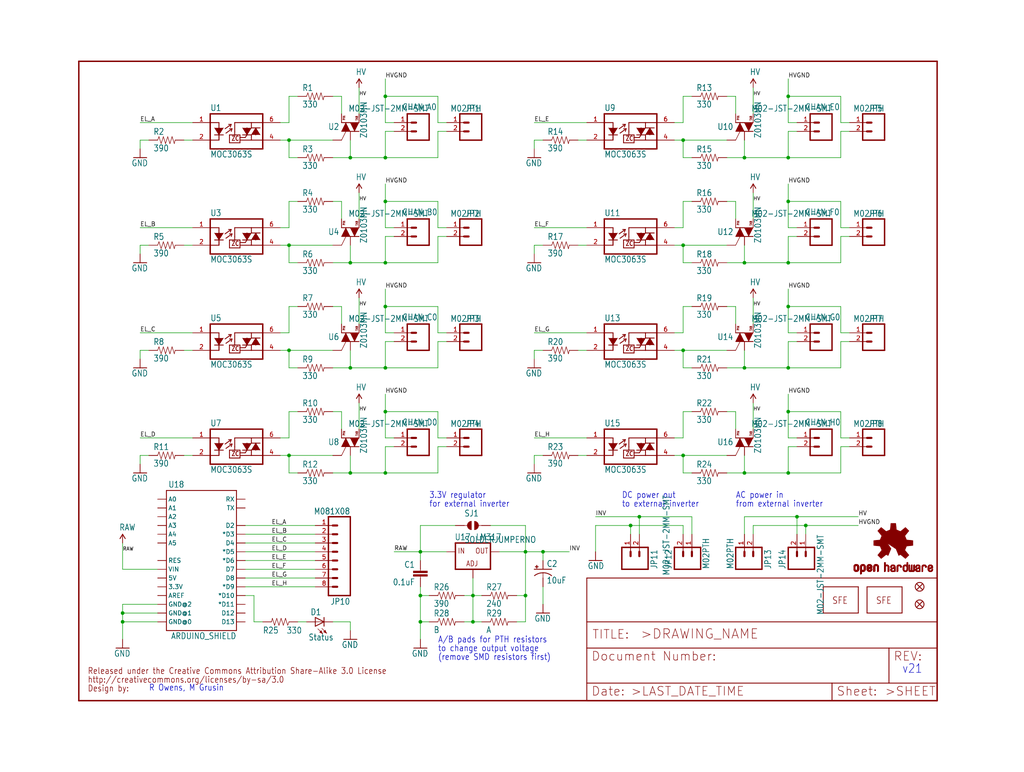
<source format=kicad_sch>
(kicad_sch (version 20211123) (generator eeschema)
  (paper "User" 297.002 223.926)
  (lib_symbols
    (symbol "eagleSchem-eagle-import:ARDUINO_SHIELDNOLABELS"
      (property "Reference" "U" (at -9.652 21.082 0))
      (property "Value" "ARDUINO_SHIELDNOLABELS" (at -8.89 -22.86 0))
      (symbol "ARDUINO_SHIELDNOLABELS_1_0"
        (pin bidirectional line (at -12.7 -7.62 0) (length 2.54) (name "3.3V") (number "3.3V"))
        (pin bidirectional line (at -12.7 -5.08 0) (length 2.54) (name "5V") (number "5V"))
        (pin bidirectional line (at -12.7 17.78 0) (length 2.54) (name "A0") (number "A0"))
        (pin bidirectional line (at -12.7 15.24 0) (length 2.54) (name "A1") (number "A1"))
        (pin bidirectional line (at -12.7 12.7 0) (length 2.54) (name "A2") (number "A2"))
        (pin bidirectional line (at -12.7 10.16 0) (length 2.54) (name "A3") (number "A3"))
        (pin bidirectional line (at -12.7 7.62 0) (length 2.54) (name "A4") (number "A4"))
        (pin bidirectional line (at -12.7 5.08 0) (length 2.54) (name "A5") (number "A5"))
        (pin bidirectional line (at -12.7 -10.16 0) (length 2.54) (name "AREF") (number "AREF"))
        (pin bidirectional line (at 12.7 -10.16 180) (length 2.54) (name "*D10") (number "D10"))
        (pin bidirectional line (at 12.7 -12.7 180) (length 2.54) (name "*D11") (number "D11"))
        (pin bidirectional line (at 12.7 -15.24 180) (length 2.54) (name "D12") (number "D12"))
        (pin bidirectional line (at 12.7 -17.78 180) (length 2.54) (name "D13") (number "D13"))
        (pin bidirectional line (at 12.7 10.16 180) (length 2.54) (name "D2") (number "D2"))
        (pin bidirectional line (at 12.7 7.62 180) (length 2.54) (name "*D3") (number "D3"))
        (pin bidirectional line (at 12.7 5.08 180) (length 2.54) (name "D4") (number "D4"))
        (pin bidirectional line (at 12.7 2.54 180) (length 2.54) (name "*D5") (number "D5"))
        (pin bidirectional line (at 12.7 0 180) (length 2.54) (name "*D6") (number "D6"))
        (pin bidirectional line (at 12.7 -2.54 180) (length 2.54) (name "D7") (number "D7"))
        (pin bidirectional line (at 12.7 -5.08 180) (length 2.54) (name "D8") (number "D8"))
        (pin bidirectional line (at 12.7 -7.62 180) (length 2.54) (name "*D9") (number "D9"))
        (pin bidirectional line (at -12.7 -17.78 0) (length 2.54) (name "GND@0") (number "GND@0"))
        (pin bidirectional line (at -12.7 -15.24 0) (length 2.54) (name "GND@1") (number "GND@1"))
        (pin bidirectional line (at -12.7 -12.7 0) (length 2.54) (name "GND@2") (number "GND@2"))
        (pin bidirectional line (at -12.7 0 0) (length 2.54) (name "RES") (number "RES"))
        (pin bidirectional line (at 12.7 17.78 180) (length 2.54) (name "RX") (number "RX"))
        (pin bidirectional line (at 12.7 15.24 180) (length 2.54) (name "TX") (number "TX"))
        (pin bidirectional line (at -12.7 -2.54 0) (length 2.54) (name "VIN") (number "VIN"))
      )
    )
    (symbol "eagleSchem-eagle-import:CAP0603-CAP"
      (property "Reference" "C" (at 1.524 2.921 0))
      (property "Value" "CAP0603-CAP" (at 1.524 -2.159 0))
      (symbol "CAP0603-CAP_1_0"
        (pin passive line (at 0 5.08 270) (length 2.54) (name "1") (number "1"))
        (pin passive line (at 0 -2.54 90) (length 2.54) (name "2") (number "2"))
      )
    )
    (symbol "eagleSchem-eagle-import:CAP_POL1206"
      (property "Reference" "C" (at 1.016 0.635 0))
      (property "Value" "CAP_POL1206" (at 1.016 -4.191 0))
      (symbol "CAP_POL1206_1_0"
        (pin passive line (at 0 2.54 270) (length 2.54) (name "+") (number "A"))
        (pin passive line (at 0 -5.08 90) (length 2.54) (name "-") (number "C"))
      )
    )
    (symbol "eagleSchem-eagle-import:CREATIVE_COMMONS"
      (symbol "CREATIVE_COMMONS_1_0"
        (text "Design by:" (at 0 0 0) (effects (font (size 1.778 1.5113)) (justify left bottom)))
        (text "http://creativecommons.org/licenses/by-sa/3.0" (at 0 2.54 0) (effects (font (size 1.778 1.5113)) (justify left bottom)))
        (text "Released under the Creative Commons Attribution Share-Alike 3.0 License" (at 0 5.08 0) (effects (font (size 1.778 1.5113)) (justify left bottom)))
      )
    )
    (symbol "eagleSchem-eagle-import:FIDUCIALUFIDUCIAL")
    (symbol "eagleSchem-eagle-import:FRAME-LETTER"
      (symbol "FRAME-LETTER_2_0"
        (text ">DRAWING_NAME" (at 15.494 17.78 0) (effects (font (size 2.7432 2.7432)) (justify left bottom)))
        (text ">LAST_DATE_TIME" (at 12.7 1.27 0) (effects (font (size 2.54 2.54)) (justify left bottom)))
        (text ">SHEET" (at 86.36 1.27 0) (effects (font (size 2.54 2.54)) (justify left bottom)))
        (text "Date:" (at 1.27 1.27 0) (effects (font (size 2.54 2.54)) (justify left bottom)))
        (text "Document Number:" (at 1.27 11.43 0) (effects (font (size 2.54 2.54)) (justify left bottom)))
        (text "REV:" (at 88.9 11.43 0) (effects (font (size 2.54 2.54)) (justify left bottom)))
        (text "Sheet:" (at 72.39 1.27 0) (effects (font (size 2.54 2.54)) (justify left bottom)))
        (text "TITLE:" (at 1.524 17.78 0) (effects (font (size 2.54 2.54)) (justify left bottom)))
      )
    )
    (symbol "eagleSchem-eagle-import:GND" (power)
      (property "Value" "GND" (at -2.54 -2.54 0))
      (symbol "GND_1_0"
        (pin power_in line (at 0 2.54 270) (length 2.54) (name "GND") (number "1"))
      )
    )
    (symbol "eagleSchem-eagle-import:LED0603"
      (property "Reference" "LED" (at 3.556 -4.572 90))
      (property "Value" "LED0603" (at 5.715 -4.572 90))
      (symbol "LED0603_1_0"
        (pin passive line (at 0 2.54 270) (length 2.54) (name "A") (number "A"))
        (pin passive line (at 0 -5.08 90) (length 2.54) (name "C") (number "C"))
      )
    )
    (symbol "eagleSchem-eagle-import:LOGO-SFENEW"
      (symbol "LOGO-SFENEW_1_0"
        (text "SFE" (at 0 0 0) (effects (font (size 1.9304 1.6408)) (justify left bottom)))
      )
    )
    (symbol "eagleSchem-eagle-import:M02-JST-2MM-SMT"
      (property "Reference" "JP" (at -2.54 5.842 0))
      (property "Value" "M02-JST-2MM-SMT" (at -2.54 -5.08 0))
      (symbol "M02-JST-2MM-SMT_1_0"
        (pin passive line (at 7.62 0 180) (length 5.08) (name "1") (number "1"))
        (pin passive line (at 7.62 2.54 180) (length 5.08) (name "2") (number "2"))
      )
    )
    (symbol "eagleSchem-eagle-import:M02PTH"
      (property "Reference" "JP" (at -2.54 5.842 0))
      (property "Value" "M02PTH" (at -2.54 -5.08 0))
      (symbol "M02PTH_1_0"
        (pin passive line (at 7.62 0 180) (length 5.08) (name "1") (number "1"))
        (pin passive line (at 7.62 2.54 180) (length 5.08) (name "2") (number "2"))
      )
    )
    (symbol "eagleSchem-eagle-import:M081X08"
      (property "Reference" "JP" (at -5.08 13.462 0))
      (property "Value" "M081X08" (at -5.08 -12.7 0))
      (symbol "M081X08_1_0"
        (pin passive line (at 5.08 -7.62 180) (length 5.08) (name "1") (number "1"))
        (pin passive line (at 5.08 -5.08 180) (length 5.08) (name "2") (number "2"))
        (pin passive line (at 5.08 -2.54 180) (length 5.08) (name "3") (number "3"))
        (pin passive line (at 5.08 0 180) (length 5.08) (name "4") (number "4"))
        (pin passive line (at 5.08 2.54 180) (length 5.08) (name "5") (number "5"))
        (pin passive line (at 5.08 5.08 180) (length 5.08) (name "6") (number "6"))
        (pin passive line (at 5.08 7.62 180) (length 5.08) (name "7") (number "7"))
        (pin passive line (at 5.08 10.16 180) (length 5.08) (name "8") (number "8"))
      )
    )
    (symbol "eagleSchem-eagle-import:MOC3063S"
      (property "Reference" "U" (at -7.62 5.842 0))
      (property "Value" "MOC3063S" (at -7.62 -7.62 0))
      (symbol "MOC3063S_1_0"
        (text "ZC" (at -1.524 -2.794 0) (effects (font (size 1.27 1.0795) (thickness 0.2159) bold) (justify left bottom)))
        (pin bidirectional line (at -12.7 2.54 0) (length 5.08) (name "A") (number "1"))
        (pin bidirectional line (at -12.7 -2.54 0) (length 5.08) (name "K") (number "2"))
        (pin bidirectional line (at 12.7 -2.54 180) (length 5.08) (name "T2") (number "4"))
        (pin bidirectional line (at 12.7 2.54 180) (length 5.08) (name "T1") (number "6"))
      )
    )
    (symbol "eagleSchem-eagle-import:OSHW-LOGOS")
    (symbol "eagleSchem-eagle-import:RESISTOR0603-RES"
      (property "Reference" "R" (at -3.81 1.4986 0))
      (property "Value" "RESISTOR0603-RES" (at -3.81 -3.302 0))
      (symbol "RESISTOR0603-RES_1_0"
        (pin passive line (at -5.08 0 0) (length 2.54) (name "1") (number "1"))
        (pin passive line (at 5.08 0 180) (length 2.54) (name "2") (number "2"))
      )
    )
    (symbol "eagleSchem-eagle-import:RESISTORPTH-1{slash}4W"
      (property "Reference" "R" (at -3.81 1.4986 0))
      (property "Value" "RESISTORPTH-1{slash}4W" (at -3.81 -3.302 0))
      (symbol "RESISTORPTH-1{slash}4W_1_0"
        (pin passive line (at -5.08 0 0) (length 2.54) (name "1") (number "P$1"))
        (pin passive line (at 5.08 0 180) (length 2.54) (name "2") (number "P$2"))
      )
    )
    (symbol "eagleSchem-eagle-import:SOLDERJUMPERNO"
      (property "Reference" "SJ" (at -2.54 2.54 0))
      (property "Value" "SOLDERJUMPERNO" (at -2.54 -5.08 0))
      (symbol "SOLDERJUMPERNO_1_0"
        (pin passive line (at -5.08 0 0) (length 2.54) (name "1") (number "1"))
        (pin passive line (at 5.08 0 180) (length 2.54) (name "2") (number "2"))
      )
    )
    (symbol "eagleSchem-eagle-import:TRIACSMD"
      (property "Reference" "U" (at 3.175 0.381 0))
      (property "Value" "TRIACSMD" (at -3.048 2.159 0))
      (symbol "TRIACSMD_1_0"
        (text "PIN" (at 2.159 3.175 900) (effects (font (size 0.6096 0.5181)) (justify left bottom)))
        (text "TAB" (at -1.524 3.048 900) (effects (font (size 0.6096 0.5181)) (justify left bottom)))
        (pin bidirectional line (at 0 -2.54 90) (length 2.54) (name "T1") (number "1"))
        (pin passive line (at 2.54 5.08 270) (length 2.54) (name "T2@1") (number "2"))
        (pin bidirectional line (at 5.08 -2.54 180) (length 2.54) (name "G") (number "3"))
        (pin passive line (at -2.54 5.08 270) (length 2.54) (name "T2@2") (number "4"))
      )
    )
    (symbol "eagleSchem-eagle-import:VCC" (power)
      (property "Value" "VCC" (at -1.016 3.556 0))
      (symbol "VCC_1_0"
        (pin power_in line (at 0 0 90) (length 2.54) (name "VCC") (number "1"))
      )
    )
    (symbol "eagleSchem-eagle-import:V_REG_317DPACK"
      (property "Reference" "U" (at 2.54 -7.62 0))
      (property "Value" "V_REG_317DPACK" (at 2.54 -10.16 0))
      (symbol "V_REG_317DPACK_1_0"
        (text "ADJ" (at -2.032 -4.318 0) (effects (font (size 1.524 1.2954)) (justify left bottom)))
        (text "IN" (at -4.445 -0.635 0) (effects (font (size 1.524 1.2954)) (justify left bottom)))
        (text "OUT" (at 0.635 -0.635 0) (effects (font (size 1.524 1.2954)) (justify left bottom)))
        (pin input line (at 0 -7.62 90) (length 2.54) (name "ADJ") (number "1"))
        (pin input line (at -7.62 0 0) (length 2.54) (name "IN") (number "3"))
        (pin output line (at 7.62 0 180) (length 2.54) (name "OUT") (number "4"))
      )
    )
  )
  (junction (at 228.6 58.42))
  (junction (at 215.9 106.68))
  (junction (at 101.6 45.72))
  (junction (at 198.12 40.64))
  (junction (at 101.6 137.16))
  (junction (at 228.6 45.72))
  (junction (at 182.88 152.4))
  (junction (at 111.76 106.68))
  (junction (at 231.14 149.86))
  (junction (at 111.76 137.16))
  (junction (at 198.12 132.08))
  (junction (at 83.82 71.12))
  (junction (at 121.92 172.72))
  (junction (at 111.76 45.72))
  (junction (at 228.6 106.68))
  (junction (at 83.82 40.64))
  (junction (at 198.12 71.12))
  (junction (at 228.6 137.16))
  (junction (at 137.16 180.34))
  (junction (at 101.6 106.68))
  (junction (at 111.76 88.9))
  (junction (at 228.6 88.9))
  (junction (at 228.6 76.2))
  (junction (at 185.42 149.86))
  (junction (at 83.82 101.6))
  (junction (at 35.56 180.34))
  (junction (at 152.4 172.72))
  (junction (at 198.12 101.6))
  (junction (at 35.56 177.8))
  (junction (at 228.6 27.94))
  (junction (at 111.76 27.94))
  (junction (at 111.76 76.2))
  (junction (at 215.9 76.2))
  (junction (at 152.4 160.02))
  (junction (at 157.48 160.02))
  (junction (at 111.76 58.42))
  (junction (at 233.68 152.4))
  (junction (at 121.92 160.02))
  (junction (at 111.76 119.38))
  (junction (at 121.92 180.34))
  (junction (at 83.82 132.08))
  (junction (at 137.16 172.72))
  (junction (at 215.9 137.16))
  (junction (at 215.9 45.72))
  (junction (at 228.6 119.38))
  (junction (at 101.6 76.2))
  (wire (pts (xy 96.52 101.6) (xy 83.82 101.6)))
  (wire (pts (xy 215.9 106.68) (xy 228.6 106.68)))
  (wire (pts (xy 127 76.2) (xy 127 68.58)))
  (wire (pts (xy 154.94 40.64) (xy 154.94 43.18)))
  (wire (pts (xy 45.72 180.34) (xy 35.56 180.34)))
  (wire (pts (xy 73.66 172.72) (xy 73.66 180.34)))
  (wire (pts (xy 71.12 167.64) (xy 91.44 167.64)))
  (wire (pts (xy 215.9 76.2) (xy 228.6 76.2)))
  (wire (pts (xy 198.12 96.52) (xy 198.12 88.9)))
  (wire (pts (xy 121.92 172.72) (xy 121.92 180.34)))
  (wire (pts (xy 121.92 152.4) (xy 121.92 160.02)))
  (wire (pts (xy 243.84 137.16) (xy 243.84 129.54)))
  (wire (pts (xy 243.84 99.06) (xy 246.38 99.06)))
  (wire (pts (xy 45.72 175.26) (xy 35.56 175.26)))
  (wire (pts (xy 170.18 66.04) (xy 154.94 66.04)))
  (wire (pts (xy 111.76 137.16) (xy 111.76 129.54)))
  (wire (pts (xy 198.12 152.4) (xy 182.88 152.4)))
  (wire (pts (xy 228.6 38.1) (xy 231.14 38.1)))
  (wire (pts (xy 40.64 132.08) (xy 40.64 134.62)))
  (wire (pts (xy 114.3 66.04) (xy 111.76 66.04)))
  (wire (pts (xy 213.36 63.5) (xy 213.36 58.42)))
  (wire (pts (xy 198.12 88.9) (xy 200.66 88.9)))
  (wire (pts (xy 83.82 96.52) (xy 83.82 88.9)))
  (wire (pts (xy 167.64 40.64) (xy 170.18 40.64)))
  (wire (pts (xy 96.52 40.64) (xy 83.82 40.64)))
  (wire (pts (xy 228.6 127) (xy 228.6 119.38)))
  (wire (pts (xy 243.84 88.9) (xy 228.6 88.9)))
  (wire (pts (xy 198.12 66.04) (xy 198.12 58.42)))
  (wire (pts (xy 81.28 127) (xy 83.82 127)))
  (wire (pts (xy 246.38 35.56) (xy 243.84 35.56)))
  (wire (pts (xy 198.12 58.42) (xy 200.66 58.42)))
  (wire (pts (xy 243.84 96.52) (xy 243.84 88.9)))
  (wire (pts (xy 243.84 129.54) (xy 246.38 129.54)))
  (wire (pts (xy 81.28 35.56) (xy 83.82 35.56)))
  (wire (pts (xy 218.44 116.84) (xy 218.44 124.46)))
  (wire (pts (xy 127 35.56) (xy 127 27.94)))
  (wire (pts (xy 157.48 71.12) (xy 154.94 71.12)))
  (wire (pts (xy 243.84 58.42) (xy 228.6 58.42)))
  (wire (pts (xy 200.66 106.68) (xy 198.12 106.68)))
  (wire (pts (xy 172.72 152.4) (xy 172.72 160.02)))
  (wire (pts (xy 231.14 154.94) (xy 231.14 149.86)))
  (wire (pts (xy 215.9 40.64) (xy 215.9 45.72)))
  (wire (pts (xy 200.66 154.94) (xy 200.66 149.86)))
  (wire (pts (xy 101.6 182.88) (xy 101.6 180.34)))
  (wire (pts (xy 215.9 101.6) (xy 215.9 106.68)))
  (wire (pts (xy 43.18 132.08) (xy 40.64 132.08)))
  (wire (pts (xy 129.54 127) (xy 127 127)))
  (wire (pts (xy 182.88 154.94) (xy 182.88 152.4)))
  (wire (pts (xy 121.92 160.02) (xy 114.3 160.02)))
  (wire (pts (xy 111.76 76.2) (xy 111.76 68.58)))
  (wire (pts (xy 127 66.04) (xy 127 58.42)))
  (wire (pts (xy 154.94 132.08) (xy 154.94 134.62)))
  (wire (pts (xy 198.12 45.72) (xy 198.12 40.64)))
  (wire (pts (xy 215.9 45.72) (xy 228.6 45.72)))
  (wire (pts (xy 228.6 137.16) (xy 228.6 129.54)))
  (wire (pts (xy 114.3 127) (xy 111.76 127)))
  (wire (pts (xy 210.82 137.16) (xy 215.9 137.16)))
  (wire (pts (xy 71.12 165.1) (xy 91.44 165.1)))
  (wire (pts (xy 246.38 127) (xy 243.84 127)))
  (wire (pts (xy 71.12 157.48) (xy 91.44 157.48)))
  (wire (pts (xy 127 129.54) (xy 129.54 129.54)))
  (wire (pts (xy 243.84 38.1) (xy 246.38 38.1)))
  (wire (pts (xy 83.82 71.12) (xy 81.28 71.12)))
  (wire (pts (xy 200.66 137.16) (xy 198.12 137.16)))
  (wire (pts (xy 104.14 25.4) (xy 104.14 33.02)))
  (wire (pts (xy 111.76 45.72) (xy 111.76 38.1)))
  (wire (pts (xy 149.86 172.72) (xy 152.4 172.72)))
  (wire (pts (xy 83.82 137.16) (xy 83.82 132.08)))
  (wire (pts (xy 127 58.42) (xy 111.76 58.42)))
  (wire (pts (xy 35.56 180.34) (xy 35.56 185.42)))
  (wire (pts (xy 198.12 119.38) (xy 200.66 119.38)))
  (wire (pts (xy 198.12 106.68) (xy 198.12 101.6)))
  (wire (pts (xy 157.48 132.08) (xy 154.94 132.08)))
  (wire (pts (xy 99.06 63.5) (xy 99.06 58.42)))
  (wire (pts (xy 152.4 172.72) (xy 152.4 160.02)))
  (wire (pts (xy 101.6 137.16) (xy 111.76 137.16)))
  (wire (pts (xy 228.6 68.58) (xy 231.14 68.58)))
  (wire (pts (xy 121.92 172.72) (xy 121.92 170.18)))
  (wire (pts (xy 200.66 76.2) (xy 198.12 76.2)))
  (wire (pts (xy 228.6 27.94) (xy 228.6 22.86)))
  (wire (pts (xy 228.6 106.68) (xy 228.6 99.06)))
  (wire (pts (xy 154.94 71.12) (xy 154.94 73.66)))
  (wire (pts (xy 86.36 106.68) (xy 83.82 106.68)))
  (wire (pts (xy 99.06 93.98) (xy 99.06 88.9)))
  (wire (pts (xy 127 137.16) (xy 127 129.54)))
  (wire (pts (xy 111.76 66.04) (xy 111.76 58.42)))
  (wire (pts (xy 144.78 160.02) (xy 152.4 160.02)))
  (wire (pts (xy 111.76 99.06) (xy 114.3 99.06)))
  (wire (pts (xy 157.48 40.64) (xy 154.94 40.64)))
  (wire (pts (xy 137.16 172.72) (xy 137.16 180.34)))
  (wire (pts (xy 152.4 152.4) (xy 152.4 160.02)))
  (wire (pts (xy 198.12 137.16) (xy 198.12 132.08)))
  (wire (pts (xy 195.58 127) (xy 198.12 127)))
  (wire (pts (xy 96.52 106.68) (xy 101.6 106.68)))
  (wire (pts (xy 86.36 45.72) (xy 83.82 45.72)))
  (wire (pts (xy 83.82 45.72) (xy 83.82 40.64)))
  (wire (pts (xy 228.6 58.42) (xy 228.6 53.34)))
  (wire (pts (xy 71.12 162.56) (xy 91.44 162.56)))
  (wire (pts (xy 101.6 180.34) (xy 96.52 180.34)))
  (wire (pts (xy 134.62 180.34) (xy 137.16 180.34)))
  (wire (pts (xy 127 76.2) (xy 111.76 76.2)))
  (wire (pts (xy 99.06 124.46) (xy 99.06 119.38)))
  (wire (pts (xy 228.6 88.9) (xy 228.6 83.82)))
  (wire (pts (xy 55.88 127) (xy 40.64 127)))
  (wire (pts (xy 228.6 45.72) (xy 228.6 38.1)))
  (wire (pts (xy 170.18 35.56) (xy 154.94 35.56)))
  (wire (pts (xy 55.88 66.04) (xy 40.64 66.04)))
  (wire (pts (xy 111.76 68.58) (xy 114.3 68.58)))
  (wire (pts (xy 246.38 66.04) (xy 243.84 66.04)))
  (wire (pts (xy 127 27.94) (xy 111.76 27.94)))
  (wire (pts (xy 198.12 40.64) (xy 195.58 40.64)))
  (wire (pts (xy 45.72 165.1) (xy 35.56 165.1)))
  (wire (pts (xy 198.12 27.94) (xy 200.66 27.94)))
  (wire (pts (xy 83.82 101.6) (xy 81.28 101.6)))
  (wire (pts (xy 121.92 180.34) (xy 121.92 185.42)))
  (wire (pts (xy 142.24 152.4) (xy 152.4 152.4)))
  (wire (pts (xy 96.52 119.38) (xy 99.06 119.38)))
  (wire (pts (xy 114.3 96.52) (xy 111.76 96.52)))
  (wire (pts (xy 83.82 35.56) (xy 83.82 27.94)))
  (wire (pts (xy 167.64 101.6) (xy 170.18 101.6)))
  (wire (pts (xy 96.52 45.72) (xy 101.6 45.72)))
  (wire (pts (xy 167.64 71.12) (xy 170.18 71.12)))
  (wire (pts (xy 195.58 35.56) (xy 198.12 35.56)))
  (wire (pts (xy 170.18 96.52) (xy 154.94 96.52)))
  (wire (pts (xy 215.9 149.86) (xy 231.14 149.86)))
  (wire (pts (xy 96.52 76.2) (xy 101.6 76.2)))
  (wire (pts (xy 43.18 71.12) (xy 40.64 71.12)))
  (wire (pts (xy 228.6 99.06) (xy 231.14 99.06)))
  (wire (pts (xy 127 45.72) (xy 127 38.1)))
  (wire (pts (xy 157.48 170.18) (xy 157.48 175.26)))
  (wire (pts (xy 35.56 177.8) (xy 35.56 180.34)))
  (wire (pts (xy 127 96.52) (xy 127 88.9)))
  (wire (pts (xy 167.64 132.08) (xy 170.18 132.08)))
  (wire (pts (xy 86.36 137.16) (xy 83.82 137.16)))
  (wire (pts (xy 127 106.68) (xy 127 99.06)))
  (wire (pts (xy 228.6 66.04) (xy 228.6 58.42)))
  (wire (pts (xy 86.36 76.2) (xy 83.82 76.2)))
  (wire (pts (xy 111.76 106.68) (xy 111.76 99.06)))
  (wire (pts (xy 231.14 96.52) (xy 228.6 96.52)))
  (wire (pts (xy 198.12 127) (xy 198.12 119.38)))
  (wire (pts (xy 53.34 71.12) (xy 55.88 71.12)))
  (wire (pts (xy 53.34 40.64) (xy 55.88 40.64)))
  (wire (pts (xy 35.56 175.26) (xy 35.56 177.8)))
  (wire (pts (xy 195.58 66.04) (xy 198.12 66.04)))
  (wire (pts (xy 233.68 154.94) (xy 233.68 152.4)))
  (wire (pts (xy 218.44 25.4) (xy 218.44 33.02)))
  (wire (pts (xy 215.9 132.08) (xy 215.9 137.16)))
  (wire (pts (xy 127 119.38) (xy 111.76 119.38)))
  (wire (pts (xy 83.82 40.64) (xy 81.28 40.64)))
  (wire (pts (xy 104.14 116.84) (xy 104.14 124.46)))
  (wire (pts (xy 243.84 106.68) (xy 228.6 106.68)))
  (wire (pts (xy 243.84 66.04) (xy 243.84 58.42)))
  (wire (pts (xy 243.84 35.56) (xy 243.84 27.94)))
  (wire (pts (xy 81.28 96.52) (xy 83.82 96.52)))
  (wire (pts (xy 83.82 119.38) (xy 86.36 119.38)))
  (wire (pts (xy 104.14 55.88) (xy 104.14 63.5)))
  (wire (pts (xy 182.88 152.4) (xy 172.72 152.4)))
  (wire (pts (xy 210.82 132.08) (xy 198.12 132.08)))
  (wire (pts (xy 101.6 106.68) (xy 111.76 106.68)))
  (wire (pts (xy 243.84 76.2) (xy 243.84 68.58)))
  (wire (pts (xy 96.52 58.42) (xy 99.06 58.42)))
  (wire (pts (xy 127 88.9) (xy 111.76 88.9)))
  (wire (pts (xy 213.36 33.02) (xy 213.36 27.94)))
  (wire (pts (xy 210.82 106.68) (xy 215.9 106.68)))
  (wire (pts (xy 104.14 86.36) (xy 104.14 93.98)))
  (wire (pts (xy 43.18 40.64) (xy 40.64 40.64)))
  (wire (pts (xy 243.84 68.58) (xy 246.38 68.58)))
  (wire (pts (xy 218.44 55.88) (xy 218.44 63.5)))
  (wire (pts (xy 210.82 119.38) (xy 213.36 119.38)))
  (wire (pts (xy 40.64 40.64) (xy 40.64 43.18)))
  (wire (pts (xy 83.82 66.04) (xy 83.82 58.42)))
  (wire (pts (xy 243.84 119.38) (xy 228.6 119.38)))
  (wire (pts (xy 218.44 152.4) (xy 233.68 152.4)))
  (wire (pts (xy 228.6 35.56) (xy 228.6 27.94)))
  (wire (pts (xy 96.52 88.9) (xy 99.06 88.9)))
  (wire (pts (xy 233.68 152.4) (xy 248.92 152.4)))
  (wire (pts (xy 218.44 86.36) (xy 218.44 93.98)))
  (wire (pts (xy 200.66 149.86) (xy 185.42 149.86)))
  (wire (pts (xy 210.82 58.42) (xy 213.36 58.42)))
  (wire (pts (xy 35.56 157.48) (xy 35.56 165.1)))
  (wire (pts (xy 111.76 27.94) (xy 111.76 22.86)))
  (wire (pts (xy 127 38.1) (xy 129.54 38.1)))
  (wire (pts (xy 127 127) (xy 127 119.38)))
  (wire (pts (xy 152.4 180.34) (xy 152.4 172.72)))
  (wire (pts (xy 121.92 162.56) (xy 121.92 160.02)))
  (wire (pts (xy 124.46 172.72) (xy 121.92 172.72)))
  (wire (pts (xy 157.48 162.56) (xy 157.48 160.02)))
  (wire (pts (xy 129.54 160.02) (xy 121.92 160.02)))
  (wire (pts (xy 210.82 40.64) (xy 198.12 40.64)))
  (wire (pts (xy 228.6 76.2) (xy 228.6 68.58)))
  (wire (pts (xy 101.6 40.64) (xy 101.6 45.72)))
  (wire (pts (xy 243.84 76.2) (xy 228.6 76.2)))
  (wire (pts (xy 210.82 27.94) (xy 213.36 27.94)))
  (wire (pts (xy 73.66 180.34) (xy 76.2 180.34)))
  (wire (pts (xy 210.82 71.12) (xy 198.12 71.12)))
  (wire (pts (xy 111.76 127) (xy 111.76 119.38)))
  (wire (pts (xy 231.14 35.56) (xy 228.6 35.56)))
  (wire (pts (xy 111.76 129.54) (xy 114.3 129.54)))
  (wire (pts (xy 228.6 129.54) (xy 231.14 129.54)))
  (wire (pts (xy 243.84 45.72) (xy 228.6 45.72)))
  (wire (pts (xy 243.84 27.94) (xy 228.6 27.94)))
  (wire (pts (xy 198.12 154.94) (xy 198.12 152.4)))
  (wire (pts (xy 213.36 124.46) (xy 213.36 119.38)))
  (wire (pts (xy 231.14 127) (xy 228.6 127)))
  (wire (pts (xy 210.82 76.2) (xy 215.9 76.2)))
  (wire (pts (xy 40.64 71.12) (xy 40.64 73.66)))
  (wire (pts (xy 137.16 167.64) (xy 137.16 172.72)))
  (wire (pts (xy 83.82 88.9) (xy 86.36 88.9)))
  (wire (pts (xy 127 45.72) (xy 111.76 45.72)))
  (wire (pts (xy 127 137.16) (xy 111.76 137.16)))
  (wire (pts (xy 228.6 96.52) (xy 228.6 88.9)))
  (wire (pts (xy 213.36 93.98) (xy 213.36 88.9)))
  (wire (pts (xy 45.72 177.8) (xy 35.56 177.8)))
  (wire (pts (xy 101.6 132.08) (xy 101.6 137.16)))
  (wire (pts (xy 71.12 152.4) (xy 91.44 152.4)))
  (wire (pts (xy 55.88 35.56) (xy 40.64 35.56)))
  (wire (pts (xy 215.9 71.12) (xy 215.9 76.2)))
  (wire (pts (xy 83.82 106.68) (xy 83.82 101.6)))
  (wire (pts (xy 200.66 45.72) (xy 198.12 45.72)))
  (wire (pts (xy 111.76 38.1) (xy 114.3 38.1)))
  (wire (pts (xy 243.84 106.68) (xy 243.84 99.06)))
  (wire (pts (xy 243.84 45.72) (xy 243.84 38.1)))
  (wire (pts (xy 83.82 27.94) (xy 86.36 27.94)))
  (wire (pts (xy 134.62 172.72) (xy 137.16 172.72)))
  (wire (pts (xy 96.52 132.08) (xy 83.82 132.08)))
  (wire (pts (xy 96.52 137.16) (xy 101.6 137.16)))
  (wire (pts (xy 43.18 101.6) (xy 40.64 101.6)))
  (wire (pts (xy 210.82 88.9) (xy 213.36 88.9)))
  (wire (pts (xy 157.48 101.6) (xy 154.94 101.6)))
  (wire (pts (xy 53.34 101.6) (xy 55.88 101.6)))
  (wire (pts (xy 210.82 45.72) (xy 215.9 45.72)))
  (wire (pts (xy 157.48 160.02) (xy 165.1 160.02)))
  (wire (pts (xy 198.12 101.6) (xy 195.58 101.6)))
  (wire (pts (xy 71.12 160.02) (xy 91.44 160.02)))
  (wire (pts (xy 127 68.58) (xy 129.54 68.58)))
  (wire (pts (xy 83.82 132.08) (xy 81.28 132.08)))
  (wire (pts (xy 111.76 35.56) (xy 111.76 27.94)))
  (wire (pts (xy 243.84 137.16) (xy 228.6 137.16)))
  (wire (pts (xy 111.76 119.38) (xy 111.76 114.3)))
  (wire (pts (xy 218.44 154.94) (xy 218.44 152.4)))
  (wire (pts (xy 210.82 101.6) (xy 198.12 101.6)))
  (wire (pts (xy 83.82 76.2) (xy 83.82 71.12)))
  (wire (pts (xy 185.42 149.86) (xy 172.72 149.86)))
  (wire (pts (xy 101.6 101.6) (xy 101.6 106.68)))
  (wire (pts (xy 129.54 66.04) (xy 127 66.04)))
  (wire (pts (xy 53.34 132.08) (xy 55.88 132.08)))
  (wire (pts (xy 127 99.06) (xy 129.54 99.06)))
  (wire (pts (xy 215.9 154.94) (xy 215.9 149.86)))
  (wire (pts (xy 152.4 160.02) (xy 157.48 160.02)))
  (wire (pts (xy 132.08 152.4) (xy 121.92 152.4)))
  (wire (pts (xy 111.76 96.52) (xy 111.76 88.9)))
  (wire (pts (xy 111.76 58.42) (xy 111.76 53.34)))
  (wire (pts (xy 124.46 180.34) (xy 121.92 180.34)))
  (wire (pts (xy 96.52 71.12) (xy 83.82 71.12)))
  (wire (pts (xy 114.3 35.56) (xy 111.76 35.56)))
  (wire (pts (xy 71.12 172.72) (xy 73.66 172.72)))
  (wire (pts (xy 55.88 96.52) (xy 40.64 96.52)))
  (wire (pts (xy 101.6 76.2) (xy 111.76 76.2)))
  (wire (pts (xy 198.12 76.2) (xy 198.12 71.12)))
  (wire (pts (xy 185.42 154.94) (xy 185.42 149.86)))
  (wire (pts (xy 198.12 132.08) (xy 195.58 132.08)))
  (wire (pts (xy 198.12 71.12) (xy 195.58 71.12)))
  (wire (pts (xy 246.38 96.52) (xy 243.84 96.52)))
  (wire (pts (xy 86.36 180.34) (xy 88.9 180.34)))
  (wire (pts (xy 137.16 172.72) (xy 139.7 172.72)))
  (wire (pts (xy 231.14 66.04) (xy 228.6 66.04)))
  (wire (pts (xy 127 106.68) (xy 111.76 106.68)))
  (wire (pts (xy 215.9 137.16) (xy 228.6 137.16)))
  (wire (pts (xy 81.28 66.04) (xy 83.82 66.04)))
  (wire (pts (xy 129.54 96.52) (xy 127 96.52)))
  (wire (pts (xy 111.76 88.9) (xy 111.76 83.82)))
  (wire (pts (xy 137.16 180.34) (xy 139.7 180.34)))
  (wire (pts (xy 243.84 127) (xy 243.84 119.38)))
  (wire (pts (xy 170.18 127) (xy 154.94 127)))
  (wire (pts (xy 99.06 27.94) (xy 99.06 33.02)))
  (wire (pts (xy 101.6 71.12) (xy 101.6 76.2)))
  (wire (pts (xy 71.12 170.18) (xy 91.44 170.18)))
  (wire (pts (xy 96.52 27.94) (xy 99.06 27.94)))
  (wire (pts (xy 149.86 180.34) (xy 152.4 180.34)))
  (wire (pts (xy 198.12 35.56) (xy 198.12 27.94)))
  (wire (pts (xy 101.6 45.72) (xy 111.76 45.72)))
  (wire (pts (xy 231.14 149.86) (xy 248.92 149.86)))
  (wire (pts (xy 195.58 96.52) (xy 198.12 96.52)))
  (wire (pts (xy 83.82 127) (xy 83.82 119.38)))
  (wire (pts (xy 228.6 119.38) (xy 228.6 114.3)))
  (wire (pts (xy 154.94 101.6) (xy 154.94 104.14)))
  (wire (pts (xy 71.12 154.94) (xy 91.44 154.94)))
  (wire (pts (xy 83.82 58.42) (xy 86.36 58.42)))
  (wire (pts (xy 40.64 101.6) (xy 40.64 104.14)))
  (wire (pts (xy 129.54 35.56) (xy 127 35.56)))
  (text "to external inverter" (at 180.34 147.32 180) (effects (font (size 1.778 1.5113)) (justify left bottom)))
  (text "for external inverter" (at 124.46 147.32 180) (effects (font (size 1.778 1.5113)) (justify left bottom)))
  (text "A/B pads for PTH resistors" (at 127 186.69 180) (effects (font (size 1.778 1.5113)) (justify left bottom)))
  (text "v21" (at 261.62 195.58 180) (effects (font (size 2.54 2.159)) (justify left bottom)))
  (text "to change output voltage" (at 127 189.23 180) (effects (font (size 1.778 1.5113)) (justify left bottom)))
  (text "(remove SMD resistors first)" (at 127 191.77 180) (effects (font (size 1.778 1.5113)) (justify left bottom)))
  (text "AC power in" (at 213.36 144.78 180) (effects (font (size 1.778 1.5113)) (justify left bottom)))
  (text "3.3V regulator" (at 124.46 144.78 180) (effects (font (size 1.778 1.5113)) (justify left bottom)))
  (text "R Owens, M Grusin" (at 43.18 200.66 180) (effects (font (size 1.778 1.5113)) (justify left bottom)))
  (text "from external inverter" (at 213.36 147.32 180) (effects (font (size 1.778 1.5113)) (justify left bottom)))
  (text "DC power out" (at 180.34 144.78 180) (effects (font (size 1.778 1.5113)) (justify left bottom)))
  (label "EL_A" (at 40.64 35.56 0) (effects (font (size 1.2446 1.2446))))
  (label "EL_E" (at 154.94 35.56 0) (effects (font (size 1.2446 1.2446))))
  (label "HV" (at 104.14 88.9 0) (effects (font (size 1.016 1.016))))
  (label "EL_A" (at 78.74 152.4 0) (effects (font (size 1.2446 1.2446))))
  (label "INV" (at 165.1 160.02 0) (effects (font (size 1.2446 1.2446))))
  (label "INV" (at 172.72 149.86 0) (effects (font (size 1.2446 1.2446))))
  (label "RAW" (at 114.3 160.02 0) (effects (font (size 1.2446 1.2446))))
  (label "EL_H" (at 154.94 127 0) (effects (font (size 1.2446 1.2446))))
  (label "EL_C" (at 78.74 157.48 0) (effects (font (size 1.2446 1.2446))))
  (label "HV" (at 248.92 149.86 0) (effects (font (size 1.2446 1.2446))))
  (label "EL_H" (at 78.74 170.18 0) (effects (font (size 1.2446 1.2446))))
  (label "HVGND" (at 111.76 22.86 0) (effects (font (size 1.2446 1.2446))))
  (label "HVGND" (at 228.6 83.82 0) (effects (font (size 1.2446 1.2446))))
  (label "HVGND" (at 248.92 152.4 0) (effects (font (size 1.2446 1.2446))))
  (label "EL_G" (at 154.94 96.52 0) (effects (font (size 1.2446 1.2446))))
  (label "EL_F" (at 78.74 165.1 0) (effects (font (size 1.2446 1.2446))))
  (label "HV" (at 104.14 27.94 0) (effects (font (size 1.016 1.016))))
  (label "RAW" (at 35.56 160.02 0) (effects (font (size 1.016 1.016))))
  (label "HVGND" (at 228.6 114.3 0) (effects (font (size 1.2446 1.2446))))
  (label "HV" (at 218.44 119.38 0) (effects (font (size 1.016 1.016))))
  (label "EL_D" (at 78.74 160.02 0) (effects (font (size 1.2446 1.2446))))
  (label "HV" (at 104.14 58.42 0) (effects (font (size 1.016 1.016))))
  (label "EL_D" (at 40.64 127 0) (effects (font (size 1.2446 1.2446))))
  (label "HVGND" (at 111.76 114.3 0) (effects (font (size 1.2446 1.2446))))
  (label "EL_C" (at 40.64 96.52 0) (effects (font (size 1.2446 1.2446))))
  (label "HVGND" (at 111.76 83.82 0) (effects (font (size 1.2446 1.2446))))
  (label "EL_B" (at 40.64 66.04 0) (effects (font (size 1.2446 1.2446))))
  (label "EL_G" (at 78.74 167.64 0) (effects (font (size 1.2446 1.2446))))
  (label "EL_E" (at 78.74 162.56 0) (effects (font (size 1.2446 1.2446))))
  (label "HV" (at 104.14 119.38 0) (effects (font (size 1.016 1.016))))
  (label "HV" (at 218.44 88.9 0) (effects (font (size 1.016 1.016))))
  (label "HVGND" (at 228.6 53.34 0) (effects (font (size 1.2446 1.2446))))
  (label "HVGND" (at 111.76 53.34 0) (effects (font (size 1.2446 1.2446))))
  (label "EL_B" (at 78.74 154.94 0) (effects (font (size 1.2446 1.2446))))
  (label "HV" (at 218.44 58.42 0) (effects (font (size 1.016 1.016))))
  (label "HV" (at 218.44 27.94 0) (effects (font (size 1.016 1.016))))
  (label "HVGND" (at 228.6 22.86 0) (effects (font (size 1.2446 1.2446))))
  (label "EL_F" (at 154.94 66.04 0) (effects (font (size 1.2446 1.2446))))
  (symbol (lib_id "eagleSchem-eagle-import:GND") (at 101.6 185.42 0) (unit 1)
    (property "Reference" "#GND14" (effects hide))
    (property "Value" "GND" (at 99.06 187.96 0) (effects (font (size 1.778 1.5113)) (justify left bottom)))
    (property "Footprint" "eagleSchem:" (effects hide))
  )
  (symbol (lib_id "eagleSchem-eagle-import:RESISTOR0603-RES") (at 91.44 119.38 0) (unit 1)
    (property "Reference" "R10" (at 87.63 117.8814 0) (effects (font (size 1.778 1.5113)) (justify left bottom)))
    (property "Value" "330" (at 87.63 122.682 0) (effects (font (size 1.778 1.5113)) (justify left bottom)))
    (property "Footprint" "eagleSchem:0603-RES" (effects hide))
  )
  (symbol (lib_id "eagleSchem-eagle-import:RESISTOR0603-RES") (at 162.56 71.12 0) (unit 1)
    (property "Reference" "R17" (at 158.75 69.6214 0) (effects (font (size 1.778 1.5113)) (justify left bottom)))
    (property "Value" "390" (at 158.75 74.422 0) (effects (font (size 1.778 1.5113)) (justify left bottom)))
    (property "Footprint" "eagleSchem:0603-RES" (effects hide))
  )
  (symbol (lib_id "eagleSchem-eagle-import:TRIACSMD") (at 215.9 129.54 0) (mirror y) (unit 1)
    (property "Reference" "U16" (at 212.725 129.159 0) (effects (font (size 1.778 1.5113)) (justify left bottom)))
    (property "Value" "Z0103MN" (at 218.821 131.572 90) (effects (font (size 1.778 1.5113)) (justify left bottom)))
    (property "Footprint" "eagleSchem:SOT223" (effects hide))
  )
  (symbol (lib_id "eagleSchem-eagle-import:CAP0603-CAP") (at 121.92 167.64 0) (mirror y) (unit 1)
    (property "Reference" "C1" (at 120.396 164.719 0) (effects (font (size 1.778 1.5113)) (justify left bottom)))
    (property "Value" "0.1uF" (at 120.396 169.799 0) (effects (font (size 1.778 1.5113)) (justify left bottom)))
    (property "Footprint" "eagleSchem:0603-CAP" (effects hide))
  )
  (symbol (lib_id "eagleSchem-eagle-import:ARDUINO_SHIELDNOLABELS") (at 58.42 162.56 0) (unit 1)
    (property "Reference" "U18" (at 48.768 141.478 0) (effects (font (size 1.778 1.5113)) (justify left bottom)))
    (property "Value" "ARDUINO_SHIELD" (at 49.53 185.42 0) (effects (font (size 1.778 1.5113)) (justify left bottom)))
    (property "Footprint" "eagleSchem:DUEMILANOVE_SHIELD_NOLABELS" (effects hide))
  )
  (symbol (lib_id "eagleSchem-eagle-import:MOC3063S") (at 68.58 38.1 0) (unit 1)
    (property "Reference" "U1" (at 60.96 32.258 0) (effects (font (size 1.778 1.5113)) (justify left bottom)))
    (property "Value" "MOC3063S" (at 60.96 45.72 0) (effects (font (size 1.778 1.5113)) (justify left bottom)))
    (property "Footprint" "eagleSchem:DIP8SMD" (effects hide))
  )
  (symbol (lib_id "eagleSchem-eagle-import:GND") (at 154.94 45.72 0) (unit 1)
    (property "Reference" "#GND7" (effects hide))
    (property "Value" "GND" (at 152.4 48.26 0) (effects (font (size 1.778 1.5113)) (justify left bottom)))
    (property "Footprint" "eagleSchem:" (effects hide))
  )
  (symbol (lib_id "eagleSchem-eagle-import:RESISTOR0603-RES") (at 144.78 172.72 0) (unit 1)
    (property "Reference" "R27" (at 140.97 171.2214 0) (effects (font (size 1.778 1.5113)) (justify left bottom)))
    (property "Value" "240" (at 140.97 176.022 0) (effects (font (size 1.778 1.5113)) (justify left bottom)))
    (property "Footprint" "eagleSchem:0603-RES" (effects hide))
  )
  (symbol (lib_id "eagleSchem-eagle-import:VCC") (at 218.44 86.36 0) (unit 1)
    (property "Reference" "#P+8" (effects hide))
    (property "Value" "HV" (at 217.424 82.804 0) (effects (font (size 1.778 1.5113)) (justify left bottom)))
    (property "Footprint" "eagleSchem:" (effects hide))
  )
  (symbol (lib_id "eagleSchem-eagle-import:VCC") (at 218.44 116.84 0) (unit 1)
    (property "Reference" "#P+9" (effects hide))
    (property "Value" "HV" (at 217.424 113.284 0) (effects (font (size 1.778 1.5113)) (justify left bottom)))
    (property "Footprint" "eagleSchem:" (effects hide))
  )
  (symbol (lib_id "eagleSchem-eagle-import:M02-JST-2MM-SMT") (at 238.76 66.04 180) (unit 1)
    (property "Reference" "CHAN_F0" (at 233.426 62.484 0) (effects (font (size 1.778 1.5113)) (justify right top)))
    (property "Value" "M02-JST-2MM-SMT" (at 241.3 60.96 0) (effects (font (size 1.778 1.5113)) (justify left bottom)))
    (property "Footprint" "eagleSchem:JST-2-SMD" (effects hide))
  )
  (symbol (lib_id "eagleSchem-eagle-import:M02PTH") (at 215.9 162.56 270) (mirror x) (unit 1)
    (property "Reference" "JP13" (at 221.742 165.1 0) (effects (font (size 1.778 1.5113)) (justify left bottom)))
    (property "Value" "M02PTH" (at 210.82 165.1 0) (effects (font (size 1.778 1.5113)) (justify left bottom)))
    (property "Footprint" "eagleSchem:1X02" (effects hide))
  )
  (symbol (lib_id "eagleSchem-eagle-import:OSHW-LOGOS") (at 259.08 157.48 0) (unit 1)
    (property "Reference" "U$5" (effects hide))
    (property "Value" "OSHW-LOGOS" (effects hide))
    (property "Footprint" "eagleSchem:OSHW-LOGO-S" (effects hide))
  )
  (symbol (lib_id "eagleSchem-eagle-import:RESISTOR0603-RES") (at 48.26 101.6 0) (unit 1)
    (property "Reference" "R8" (at 44.45 100.1014 0) (effects (font (size 1.778 1.5113)) (justify left bottom)))
    (property "Value" "390" (at 44.45 104.902 0) (effects (font (size 1.778 1.5113)) (justify left bottom)))
    (property "Footprint" "eagleSchem:0603-RES" (effects hide))
  )
  (symbol (lib_id "eagleSchem-eagle-import:GND") (at 40.64 106.68 0) (unit 1)
    (property "Reference" "#GND4" (effects hide))
    (property "Value" "GND" (at 38.1 109.22 0) (effects (font (size 1.778 1.5113)) (justify left bottom)))
    (property "Footprint" "eagleSchem:" (effects hide))
  )
  (symbol (lib_id "eagleSchem-eagle-import:CREATIVE_COMMONS") (at 25.4 200.66 0) (unit 1)
    (property "Reference" "U$4" (effects hide))
    (property "Value" "CREATIVE_COMMONS" (effects hide))
    (property "Footprint" "eagleSchem:CREATIVE_COMMONS" (effects hide))
  )
  (symbol (lib_id "eagleSchem-eagle-import:M02PTH") (at 137.16 35.56 180) (unit 1)
    (property "Reference" "JP1" (at 139.192 30.48 0) (effects (font (size 1.778 1.5113)) (justify left bottom)))
    (property "Value" "M02PTH" (at 139.7 30.48 0) (effects (font (size 1.778 1.5113)) (justify left bottom)))
    (property "Footprint" "eagleSchem:1X02" (effects hide))
  )
  (symbol (lib_id "eagleSchem-eagle-import:MOC3063S") (at 68.58 99.06 0) (unit 1)
    (property "Reference" "U5" (at 60.96 93.218 0) (effects (font (size 1.778 1.5113)) (justify left bottom)))
    (property "Value" "MOC3063S" (at 60.96 106.68 0) (effects (font (size 1.778 1.5113)) (justify left bottom)))
    (property "Footprint" "eagleSchem:DIP8SMD" (effects hide))
  )
  (symbol (lib_id "eagleSchem-eagle-import:RESISTOR0603-RES") (at 81.28 180.34 180) (unit 1)
    (property "Reference" "R25" (at 76.2 181.8386 0) (effects (font (size 1.778 1.5113)) (justify right bottom)))
    (property "Value" "330" (at 83.058 181.864 0) (effects (font (size 1.778 1.5113)) (justify right bottom)))
    (property "Footprint" "eagleSchem:0603-RES" (effects hide))
  )
  (symbol (lib_id "eagleSchem-eagle-import:FRAME-LETTER") (at 170.18 203.2 0) (unit 2)
    (property "Reference" "#FRAME1" (effects hide))
    (property "Value" "FRAME-LETTER" (effects hide))
    (property "Footprint" "eagleSchem:" (effects hide))
  )
  (symbol (lib_id "eagleSchem-eagle-import:M02PTH") (at 254 96.52 180) (unit 1)
    (property "Reference" "JP7" (at 256.032 91.44 0) (effects (font (size 1.778 1.5113)) (justify left bottom)))
    (property "Value" "M02PTH" (at 256.54 91.44 0) (effects (font (size 1.778 1.5113)) (justify left bottom)))
    (property "Footprint" "eagleSchem:1X02" (effects hide))
  )
  (symbol (lib_id "eagleSchem-eagle-import:FIDUCIALUFIDUCIAL") (at 266.7 170.18 0) (unit 1)
    (property "Reference" "JP17" (effects hide))
    (property "Value" "FIDUCIALUFIDUCIAL" (effects hide))
    (property "Footprint" "eagleSchem:MICRO-FIDUCIAL" (effects hide))
  )
  (symbol (lib_id "eagleSchem-eagle-import:RESISTOR0603-RES") (at 91.44 137.16 0) (unit 1)
    (property "Reference" "R12" (at 87.63 135.6614 0) (effects (font (size 1.778 1.5113)) (justify left bottom)))
    (property "Value" "330" (at 87.63 140.462 0) (effects (font (size 1.778 1.5113)) (justify left bottom)))
    (property "Footprint" "eagleSchem:0603-RES" (effects hide))
  )
  (symbol (lib_id "eagleSchem-eagle-import:RESISTOR0603-RES") (at 91.44 45.72 0) (unit 1)
    (property "Reference" "R3" (at 87.63 44.2214 0) (effects (font (size 1.778 1.5113)) (justify left bottom)))
    (property "Value" "330" (at 87.63 49.022 0) (effects (font (size 1.778 1.5113)) (justify left bottom)))
    (property "Footprint" "eagleSchem:0603-RES" (effects hide))
  )
  (symbol (lib_id "eagleSchem-eagle-import:M02PTH") (at 254 66.04 180) (unit 1)
    (property "Reference" "JP6" (at 256.032 60.96 0) (effects (font (size 1.778 1.5113)) (justify left bottom)))
    (property "Value" "M02PTH" (at 256.54 60.96 0) (effects (font (size 1.778 1.5113)) (justify left bottom)))
    (property "Footprint" "eagleSchem:1X02" (effects hide))
  )
  (symbol (lib_id "eagleSchem-eagle-import:LOGO-SFENEW") (at 254 175.26 0) (unit 1)
    (property "Reference" "JP9" (effects hide))
    (property "Value" "LOGO-SFENEW" (effects hide))
    (property "Footprint" "eagleSchem:SFE-NEW-WEBLOGO" (effects hide))
  )
  (symbol (lib_id "eagleSchem-eagle-import:SOLDERJUMPERNO") (at 137.16 152.4 0) (unit 1)
    (property "Reference" "SJ1" (at 134.62 149.86 0) (effects (font (size 1.778 1.5113)) (justify left bottom)))
    (property "Value" "SOLDERJUMPERNO" (at 134.62 157.48 0) (effects (font (size 1.778 1.5113)) (justify left bottom)))
    (property "Footprint" "eagleSchem:SJ_2S-NO" (effects hide))
  )
  (symbol (lib_id "eagleSchem-eagle-import:M02PTH") (at 137.16 96.52 180) (unit 1)
    (property "Reference" "JP3" (at 139.192 91.44 0) (effects (font (size 1.778 1.5113)) (justify left bottom)))
    (property "Value" "M02PTH" (at 139.7 91.44 0) (effects (font (size 1.778 1.5113)) (justify left bottom)))
    (property "Footprint" "eagleSchem:1X02" (effects hide))
  )
  (symbol (lib_id "eagleSchem-eagle-import:RESISTOR0603-RES") (at 205.74 88.9 0) (unit 1)
    (property "Reference" "R19" (at 201.93 87.4014 0) (effects (font (size 1.778 1.5113)) (justify left bottom)))
    (property "Value" "330" (at 201.93 92.202 0) (effects (font (size 1.778 1.5113)) (justify left bottom)))
    (property "Footprint" "eagleSchem:0603-RES" (effects hide))
  )
  (symbol (lib_id "eagleSchem-eagle-import:RESISTOR0603-RES") (at 162.56 101.6 0) (unit 1)
    (property "Reference" "R20" (at 158.75 100.1014 0) (effects (font (size 1.778 1.5113)) (justify left bottom)))
    (property "Value" "390" (at 158.75 104.902 0) (effects (font (size 1.778 1.5113)) (justify left bottom)))
    (property "Footprint" "eagleSchem:0603-RES" (effects hide))
  )
  (symbol (lib_id "eagleSchem-eagle-import:M081X08") (at 96.52 160.02 180) (unit 1)
    (property "Reference" "JP10" (at 101.6 173.482 0) (effects (font (size 1.778 1.5113)) (justify left bottom)))
    (property "Value" "M081X08" (at 101.6 147.32 0) (effects (font (size 1.778 1.5113)) (justify left bottom)))
    (property "Footprint" "eagleSchem:1X08" (effects hide))
  )
  (symbol (lib_id "eagleSchem-eagle-import:VCC") (at 218.44 55.88 0) (unit 1)
    (property "Reference" "#P+7" (effects hide))
    (property "Value" "HV" (at 217.424 52.324 0) (effects (font (size 1.778 1.5113)) (justify left bottom)))
    (property "Footprint" "eagleSchem:" (effects hide))
  )
  (symbol (lib_id "eagleSchem-eagle-import:GND") (at 154.94 76.2 0) (unit 1)
    (property "Reference" "#GND8" (effects hide))
    (property "Value" "GND" (at 152.4 78.74 0) (effects (font (size 1.778 1.5113)) (justify left bottom)))
    (property "Footprint" "eagleSchem:" (effects hide))
  )
  (symbol (lib_id "eagleSchem-eagle-import:VCC") (at 104.14 55.88 0) (unit 1)
    (property "Reference" "#P+2" (effects hide))
    (property "Value" "HV" (at 103.124 52.324 0) (effects (font (size 1.778 1.5113)) (justify left bottom)))
    (property "Footprint" "eagleSchem:" (effects hide))
  )
  (symbol (lib_id "eagleSchem-eagle-import:GND") (at 157.48 177.8 0) (unit 1)
    (property "Reference" "#GND10" (effects hide))
    (property "Value" "GND" (at 154.94 180.34 0) (effects (font (size 1.778 1.5113)) (justify left bottom)))
    (property "Footprint" "eagleSchem:" (effects hide))
  )
  (symbol (lib_id "eagleSchem-eagle-import:GND") (at 40.64 45.72 0) (unit 1)
    (property "Reference" "#GND2" (effects hide))
    (property "Value" "GND" (at 38.1 48.26 0) (effects (font (size 1.778 1.5113)) (justify left bottom)))
    (property "Footprint" "eagleSchem:" (effects hide))
  )
  (symbol (lib_id "eagleSchem-eagle-import:RESISTOR0603-RES") (at 205.74 76.2 0) (unit 1)
    (property "Reference" "R18" (at 201.93 74.7014 0) (effects (font (size 1.778 1.5113)) (justify left bottom)))
    (property "Value" "330" (at 201.93 79.502 0) (effects (font (size 1.778 1.5113)) (justify left bottom)))
    (property "Footprint" "eagleSchem:0603-RES" (effects hide))
  )
  (symbol (lib_id "eagleSchem-eagle-import:GND") (at 35.56 187.96 0) (unit 1)
    (property "Reference" "#GND1" (effects hide))
    (property "Value" "GND" (at 33.02 190.5 0) (effects (font (size 1.778 1.5113)) (justify left bottom)))
    (property "Footprint" "eagleSchem:" (effects hide))
  )
  (symbol (lib_id "eagleSchem-eagle-import:M02PTH") (at 254 127 180) (unit 1)
    (property "Reference" "JP8" (at 256.032 121.92 0) (effects (font (size 1.778 1.5113)) (justify left bottom)))
    (property "Value" "M02PTH" (at 256.54 121.92 0) (effects (font (size 1.778 1.5113)) (justify left bottom)))
    (property "Footprint" "eagleSchem:1X02" (effects hide))
  )
  (symbol (lib_id "eagleSchem-eagle-import:RESISTOR0603-RES") (at 91.44 58.42 0) (unit 1)
    (property "Reference" "R4" (at 87.63 56.9214 0) (effects (font (size 1.778 1.5113)) (justify left bottom)))
    (property "Value" "330" (at 87.63 61.722 0) (effects (font (size 1.778 1.5113)) (justify left bottom)))
    (property "Footprint" "eagleSchem:0603-RES" (effects hide))
  )
  (symbol (lib_id "eagleSchem-eagle-import:TRIACSMD") (at 101.6 99.06 0) (mirror y) (unit 1)
    (property "Reference" "U6" (at 98.425 98.679 0) (effects (font (size 1.778 1.5113)) (justify left bottom)))
    (property "Value" "Z0103MN" (at 104.521 101.092 90) (effects (font (size 1.778 1.5113)) (justify left bottom)))
    (property "Footprint" "eagleSchem:SOT223" (effects hide))
  )
  (symbol (lib_id "eagleSchem-eagle-import:V_REG_317DPACK") (at 137.16 160.02 0) (unit 1)
    (property "Reference" "U17" (at 131.826 156.718 0) (effects (font (size 1.778 1.5113)) (justify left bottom)))
    (property "Value" "LM317" (at 137.922 156.718 0) (effects (font (size 1.778 1.5113)) (justify left bottom)))
    (property "Footprint" "eagleSchem:V-REG_DPACK" (effects hide))
  )
  (symbol (lib_id "eagleSchem-eagle-import:GND") (at 40.64 137.16 0) (unit 1)
    (property "Reference" "#GND5" (effects hide))
    (property "Value" "GND" (at 38.1 139.7 0) (effects (font (size 1.778 1.5113)) (justify left bottom)))
    (property "Footprint" "eagleSchem:" (effects hide))
  )
  (symbol (lib_id "eagleSchem-eagle-import:FRAME-LETTER") (at 22.86 203.2 0) (unit 1)
    (property "Reference" "#FRAME1" (effects hide))
    (property "Value" "FRAME-LETTER" (effects hide))
    (property "Footprint" "eagleSchem:" (effects hide))
  )
  (symbol (lib_id "eagleSchem-eagle-import:M02-JST-2MM-SMT") (at 182.88 162.56 270) (mirror x) (unit 1)
    (property "Reference" "JP11" (at 188.722 165.1 0) (effects (font (size 1.778 1.5113)) (justify left bottom)))
    (property "Value" "M02-JST-2MM-SMT" (at 192.278 143.51 0) (effects (font (size 1.778 1.5113)) (justify right bottom)))
    (property "Footprint" "eagleSchem:JST-2-SMD" (effects hide))
  )
  (symbol (lib_id "eagleSchem-eagle-import:RESISTOR0603-RES") (at 162.56 40.64 0) (unit 1)
    (property "Reference" "R14" (at 158.75 39.1414 0) (effects (font (size 1.778 1.5113)) (justify left bottom)))
    (property "Value" "390" (at 158.75 43.942 0) (effects (font (size 1.778 1.5113)) (justify left bottom)))
    (property "Footprint" "eagleSchem:0603-RES" (effects hide))
  )
  (symbol (lib_id "eagleSchem-eagle-import:M02-JST-2MM-SMT") (at 121.92 127 180) (unit 1)
    (property "Reference" "CHAN_D0" (at 116.586 123.444 0) (effects (font (size 1.778 1.5113)) (justify right top)))
    (property "Value" "M02-JST-2MM-SMT" (at 124.46 121.92 0) (effects (font (size 1.778 1.5113)) (justify left bottom)))
    (property "Footprint" "eagleSchem:JST-2-SMD" (effects hide))
  )
  (symbol (lib_id "eagleSchem-eagle-import:RESISTOR0603-RES") (at 91.44 76.2 0) (unit 1)
    (property "Reference" "R6" (at 87.63 74.7014 0) (effects (font (size 1.778 1.5113)) (justify left bottom)))
    (property "Value" "330" (at 87.63 79.502 0) (effects (font (size 1.778 1.5113)) (justify left bottom)))
    (property "Footprint" "eagleSchem:0603-RES" (effects hide))
  )
  (symbol (lib_id "eagleSchem-eagle-import:M02PTH") (at 200.66 162.56 90) (unit 1)
    (property "Reference" "JP12" (at 194.818 165.1 0) (effects (font (size 1.778 1.5113)) (justify left bottom)))
    (property "Value" "M02PTH" (at 205.74 165.1 0) (effects (font (size 1.778 1.5113)) (justify left bottom)))
    (property "Footprint" "eagleSchem:1X02" (effects hide))
  )
  (symbol (lib_id "eagleSchem-eagle-import:TRIACSMD") (at 215.9 68.58 0) (mirror y) (unit 1)
    (property "Reference" "U12" (at 212.725 68.199 0) (effects (font (size 1.778 1.5113)) (justify left bottom)))
    (property "Value" "Z0103MN" (at 218.821 70.612 90) (effects (font (size 1.778 1.5113)) (justify left bottom)))
    (property "Footprint" "eagleSchem:SOT223" (effects hide))
  )
  (symbol (lib_id "eagleSchem-eagle-import:RESISTOR0603-RES") (at 91.44 88.9 0) (unit 1)
    (property "Reference" "R7" (at 87.63 87.4014 0) (effects (font (size 1.778 1.5113)) (justify left bottom)))
    (property "Value" "330" (at 87.63 92.202 0) (effects (font (size 1.778 1.5113)) (justify left bottom)))
    (property "Footprint" "eagleSchem:0603-RES" (effects hide))
  )
  (symbol (lib_id "eagleSchem-eagle-import:RESISTORPTH-1{slash}4W") (at 129.54 180.34 0) (unit 1)
    (property "Reference" "R28" (at 125.73 178.8414 0) (effects (font (size 1.778 1.5113)) (justify left bottom)))
    (property "Value" "B" (at 125.73 183.642 0) (effects (font (size 1.778 1.5113)) (justify left bottom)))
    (property "Footprint" "eagleSchem:AXIAL-0.4" (effects hide))
  )
  (symbol (lib_id "eagleSchem-eagle-import:VCC") (at 35.56 157.48 0) (unit 1)
    (property "Reference" "#P+1" (effects hide))
    (property "Value" "RAW" (at 34.544 153.924 0) (effects (font (size 1.778 1.5113)) (justify left bottom)))
    (property "Footprint" "eagleSchem:" (effects hide))
  )
  (symbol (lib_id "eagleSchem-eagle-import:M02-JST-2MM-SMT") (at 238.76 127 180) (unit 1)
    (property "Reference" "CHAN_H0" (at 233.426 123.444 0) (effects (font (size 1.778 1.5113)) (justify right top)))
    (property "Value" "M02-JST-2MM-SMT" (at 241.3 121.92 0) (effects (font (size 1.778 1.5113)) (justify left bottom)))
    (property "Footprint" "eagleSchem:JST-2-SMD" (effects hide))
  )
  (symbol (lib_id "eagleSchem-eagle-import:RESISTOR0603-RES") (at 48.26 71.12 0) (unit 1)
    (property "Reference" "R5" (at 44.45 69.6214 0) (effects (font (size 1.778 1.5113)) (justify left bottom)))
    (property "Value" "390" (at 44.45 74.422 0) (effects (font (size 1.778 1.5113)) (justify left bottom)))
    (property "Footprint" "eagleSchem:0603-RES" (effects hide))
  )
  (symbol (lib_id "eagleSchem-eagle-import:M02-JST-2MM-SMT") (at 238.76 96.52 180) (unit 1)
    (property "Reference" "CHAN_G0" (at 233.426 92.964 0) (effects (font (size 1.778 1.5113)) (justify right top)))
    (property "Value" "M02-JST-2MM-SMT" (at 241.3 91.44 0) (effects (font (size 1.778 1.5113)) (justify left bottom)))
    (property "Footprint" "eagleSchem:JST-2-SMD" (effects hide))
  )
  (symbol (lib_id "eagleSchem-eagle-import:MOC3063S") (at 182.88 68.58 0) (unit 1)
    (property "Reference" "U11" (at 175.26 62.738 0) (effects (font (size 1.778 1.5113)) (justify left bottom)))
    (property "Value" "MOC3063S" (at 175.26 76.2 0) (effects (font (size 1.778 1.5113)) (justify left bottom)))
    (property "Footprint" "eagleSchem:DIP8SMD" (effects hide))
  )
  (symbol (lib_id "eagleSchem-eagle-import:MOC3063S") (at 182.88 99.06 0) (unit 1)
    (property "Reference" "U13" (at 175.26 93.218 0) (effects (font (size 1.778 1.5113)) (justify left bottom)))
    (property "Value" "MOC3063S" (at 175.26 106.68 0) (effects (font (size 1.778 1.5113)) (justify left bottom)))
    (property "Footprint" "eagleSchem:DIP8SMD" (effects hide))
  )
  (symbol (lib_id "eagleSchem-eagle-import:M02-JST-2MM-SMT") (at 121.92 35.56 180) (unit 1)
    (property "Reference" "CHAN_A0" (at 116.586 32.004 0) (effects (font (size 1.778 1.5113)) (justify right top)))
    (property "Value" "M02-JST-2MM-SMT" (at 124.46 30.48 0) (effects (font (size 1.778 1.5113)) (justify left bottom)))
    (property "Footprint" "eagleSchem:JST-2-SMD" (effects hide))
  )
  (symbol (lib_id "eagleSchem-eagle-import:M02-JST-2MM-SMT") (at 121.92 66.04 180) (unit 1)
    (property "Reference" "CHAN_B0" (at 116.586 62.484 0) (effects (font (size 1.778 1.5113)) (justify right top)))
    (property "Value" "M02-JST-2MM-SMT" (at 124.46 60.96 0) (effects (font (size 1.778 1.5113)) (justify left bottom)))
    (property "Footprint" "eagleSchem:JST-2-SMD" (effects hide))
  )
  (symbol (lib_id "eagleSchem-eagle-import:RESISTOR0603-RES") (at 91.44 106.68 0) (unit 1)
    (property "Reference" "R9" (at 87.63 105.1814 0) (effects (font (size 1.778 1.5113)) (justify left bottom)))
    (property "Value" "330" (at 87.63 109.982 0) (effects (font (size 1.778 1.5113)) (justify left bottom)))
    (property "Footprint" "eagleSchem:0603-RES" (effects hide))
  )
  (symbol (lib_id "eagleSchem-eagle-import:RESISTOR0603-RES") (at 205.74 45.72 0) (unit 1)
    (property "Reference" "R15" (at 201.93 44.2214 0) (effects (font (size 1.778 1.5113)) (justify left bottom)))
    (property "Value" "330" (at 201.93 49.022 0) (effects (font (size 1.778 1.5113)) (justify left bottom)))
    (property "Footprint" "eagleSchem:0603-RES" (effects hide))
  )
  (symbol (lib_id "eagleSchem-eagle-import:GND") (at 40.64 76.2 0) (unit 1)
    (property "Reference" "#GND3" (effects hide))
    (property "Value" "GND" (at 38.1 78.74 0) (effects (font (size 1.778 1.5113)) (justify left bottom)))
    (property "Footprint" "eagleSchem:" (effects hide))
  )
  (symbol (lib_id "eagleSchem-eagle-import:TRIACSMD") (at 101.6 38.1 0) (mirror y) (unit 1)
    (property "Reference" "U2" (at 98.425 37.719 0) (effects (font (size 1.778 1.5113)) (justify left bottom)))
    (property "Value" "Z0103MN" (at 104.521 40.132 90) (effects (font (size 1.778 1.5113)) (justify left bottom)))
    (property "Footprint" "eagleSchem:SOT223" (effects hide))
  )
  (symbol (lib_id "eagleSchem-eagle-import:RESISTOR0603-RES") (at 48.26 132.08 0) (unit 1)
    (property "Reference" "R11" (at 44.45 130.5814 0) (effects (font (size 1.778 1.5113)) (justify left bottom)))
    (property "Value" "390" (at 44.45 135.382 0) (effects (font (size 1.778 1.5113)) (justify left bottom)))
    (property "Footprint" "eagleSchem:0603-RES" (effects hide))
  )
  (symbol (lib_id "eagleSchem-eagle-import:FIDUCIALUFIDUCIAL") (at 266.7 175.26 0) (unit 1)
    (property "Reference" "JP16" (effects hide))
    (property "Value" "FIDUCIALUFIDUCIAL" (effects hide))
    (property "Footprint" "eagleSchem:MICRO-FIDUCIAL" (effects hide))
  )
  (symbol (lib_id "eagleSchem-eagle-import:GND") (at 154.94 137.16 0) (unit 1)
    (property "Reference" "#GND12" (effects hide))
    (property "Value" "GND" (at 152.4 139.7 0) (effects (font (size 1.778 1.5113)) (justify left bottom)))
    (property "Footprint" "eagleSchem:" (effects hide))
  )
  (symbol (lib_id "eagleSchem-eagle-import:MOC3063S") (at 68.58 68.58 0) (unit 1)
    (property "Reference" "U3" (at 60.96 62.738 0) (effects (font (size 1.778 1.5113)) (justify left bottom)))
    (property "Value" "MOC3063S" (at 60.96 76.2 0) (effects (font (size 1.778 1.5113)) (justify left bottom)))
    (property "Footprint" "eagleSchem:DIP8SMD" (effects hide))
  )
  (symbol (lib_id "eagleSchem-eagle-import:M02-JST-2MM-SMT") (at 121.92 96.52 180) (unit 1)
    (property "Reference" "CHAN_C0" (at 116.586 92.964 0) (effects (font (size 1.778 1.5113)) (justify right top)))
    (property "Value" "M02-JST-2MM-SMT" (at 124.46 91.44 0) (effects (font (size 1.778 1.5113)) (justify left bottom)))
    (property "Footprint" "eagleSchem:JST-2-SMD" (effects hide))
  )
  (symbol (lib_id "eagleSchem-eagle-import:RESISTOR0603-RES") (at 205.74 27.94 0) (unit 1)
    (property "Reference" "R13" (at 201.93 26.4414 0) (effects (font (size 1.778 1.5113)) (justify left bottom)))
    (property "Value" "330" (at 201.93 31.242 0) (effects (font (size 1.778 1.5113)) (justify left bottom)))
    (property "Footprint" "eagleSchem:0603-RES" (effects hide))
  )
  (symbol (lib_id "eagleSchem-eagle-import:TRIACSMD") (at 215.9 38.1 0) (mirror y) (unit 1)
    (property "Reference" "U10" (at 212.725 37.719 0) (effects (font (size 1.778 1.5113)) (justify left bottom)))
    (property "Value" "Z0103MN" (at 218.821 40.132 90) (effects (font (size 1.778 1.5113)) (justify left bottom)))
    (property "Footprint" "eagleSchem:SOT223" (effects hide))
  )
  (symbol (lib_id "eagleSchem-eagle-import:RESISTOR0603-RES") (at 91.44 27.94 0) (unit 1)
    (property "Reference" "R1" (at 87.63 26.4414 0) (effects (font (size 1.778 1.5113)) (justify left bottom)))
    (property "Value" "330" (at 87.63 31.242 0) (effects (font (size 1.778 1.5113)) (justify left bottom)))
    (property "Footprint" "eagleSchem:0603-RES" (effects hide))
  )
  (symbol (lib_id "eagleSchem-eagle-import:RESISTOR0603-RES") (at 162.56 132.08 0) (unit 1)
    (property "Reference" "R23" (at 158.75 130.5814 0) (effects (font (size 1.778 1.5113)) (justify left bottom)))
    (property "Value" "390" (at 158.75 135.382 0) (effects (font (size 1.778 1.5113)) (justify left bottom)))
    (property "Footprint" "eagleSchem:0603-RES" (effects hide))
  )
  (symbol (lib_id "eagleSchem-eagle-import:TRIACSMD") (at 101.6 129.54 0) (mirror y) (unit 1)
    (property "Reference" "U8" (at 98.425 129.159 0) (effects (font (size 1.778 1.5113)) (justify left bottom)))
    (property "Value" "Z0103MN" (at 104.521 131.572 90) (effects (font (size 1.778 1.5113)) (justify left bottom)))
    (property "Footprint" "eagleSchem:SOT223" (effects hide))
  )
  (symbol (lib_id "eagleSchem-eagle-import:RESISTOR0603-RES") (at 205.74 137.16 0) (unit 1)
    (property "Reference" "R24" (at 201.93 135.6614 0) (effects (font (size 1.778 1.5113)) (justify left bottom)))
    (property "Value" "330" (at 201.93 140.462 0) (effects (font (size 1.778 1.5113)) (justify left bottom)))
    (property "Footprint" "eagleSchem:0603-RES" (effects hide))
  )
  (symbol (lib_id "eagleSchem-eagle-import:TRIACSMD") (at 101.6 68.58 0) (mirror y) (unit 1)
    (property "Reference" "U4" (at 98.425 68.199 0) (effects (font (size 1.778 1.5113)) (justify left bottom)))
    (property "Value" "Z0103MN" (at 104.521 70.612 90) (effects (font (size 1.778 1.5113)) (justify left bottom)))
    (property "Footprint" "eagleSchem:SOT223" (effects hide))
  )
  (symbol (lib_id "eagleSchem-eagle-import:VCC") (at 104.14 86.36 0) (unit 1)
    (property "Reference" "#P+3" (effects hide))
    (property "Value" "HV" (at 103.124 82.804 0) (effects (font (size 1.778 1.5113)) (justify left bottom)))
    (property "Footprint" "eagleSchem:" (effects hide))
  )
  (symbol (lib_id "eagleSchem-eagle-import:M02PTH") (at 254 35.56 180) (unit 1)
    (property "Reference" "JP5" (at 256.032 30.48 0) (effects (font (size 1.778 1.5113)) (justify left bottom)))
    (property "Value" "M02PTH" (at 256.54 30.48 0) (effects (font (size 1.778 1.5113)) (justify left bottom)))
    (property "Footprint" "eagleSchem:1X02" (effects hide))
  )
  (symbol (lib_id "eagleSchem-eagle-import:RESISTORPTH-1{slash}4W") (at 144.78 180.34 0) (unit 1)
    (property "Reference" "R29" (at 140.97 178.8414 0) (effects (font (size 1.778 1.5113)) (justify left bottom)))
    (property "Value" "A" (at 140.97 183.642 0) (effects (font (size 1.778 1.5113)) (justify left bottom)))
    (property "Footprint" "eagleSchem:AXIAL-0.4" (effects hide))
  )
  (symbol (lib_id "eagleSchem-eagle-import:RESISTOR0603-RES") (at 205.74 58.42 0) (unit 1)
    (property "Reference" "R16" (at 201.93 56.9214 0) (effects (font (size 1.778 1.5113)) (justify left bottom)))
    (property "Value" "330" (at 201.93 61.722 0) (effects (font (size 1.778 1.5113)) (justify left bottom)))
    (property "Footprint" "eagleSchem:0603-RES" (effects hide))
  )
  (symbol (lib_id "eagleSchem-eagle-import:VCC") (at 104.14 25.4 0) (unit 1)
    (property "Reference" "#P+6" (effects hide))
    (property "Value" "HV" (at 103.124 21.844 0) (effects (font (size 1.778 1.5113)) (justify left bottom)))
    (property "Footprint" "eagleSchem:" (effects hide))
  )
  (symbol (lib_id "eagleSchem-eagle-import:VCC") (at 104.14 116.84 0) (unit 1)
    (property "Reference" "#P+4" (effects hide))
    (property "Value" "HV" (at 103.124 113.284 0) (effects (font (size 1.778 1.5113)) (justify left bottom)))
    (property "Footprint" "eagleSchem:" (effects hide))
  )
  (symbol (lib_id "eagleSchem-eagle-import:VCC") (at 218.44 25.4 0) (unit 1)
    (property "Reference" "#P+5" (effects hide))
    (property "Value" "HV" (at 217.424 21.844 0) (effects (font (size 1.778 1.5113)) (justify left bottom)))
    (property "Footprint" "eagleSchem:" (effects hide))
  )
  (symbol (lib_id "eagleSchem-eagle-import:MOC3063S") (at 182.88 38.1 0) (unit 1)
    (property "Reference" "U9" (at 175.26 32.258 0) (effects (font (size 1.778 1.5113)) (justify left bottom)))
    (property "Value" "MOC3063S" (at 175.26 45.72 0) (effects (font (size 1.778 1.5113)) (justify left bottom)))
    (property "Footprint" "eagleSchem:DIP8SMD" (effects hide))
  )
  (symbol (lib_id "eagleSchem-eagle-import:CAP_POL1206") (at 157.48 165.1 0) (unit 1)
    (property "Reference" "C2" (at 158.496 164.465 0) (effects (font (size 1.778 1.5113)) (justify left bottom)))
    (property "Value" "10uF" (at 158.496 169.291 0) (effects (font (size 1.778 1.5113)) (justify left bottom)))
    (property "Footprint" "eagleSchem:EIA3216" (effects hide))
  )
  (symbol (lib_id "eagleSchem-eagle-import:MOC3063S") (at 68.58 129.54 0) (unit 1)
    (property "Reference" "U7" (at 60.96 123.698 0) (effects (font (size 1.778 1.5113)) (justify left bottom)))
    (property "Value" "MOC3063S" (at 60.96 137.16 0) (effects (font (size 1.778 1.5113)) (justify left bottom)))
    (property "Footprint" "eagleSchem:DIP8SMD" (effects hide))
  )
  (symbol (lib_id "eagleSchem-eagle-import:TRIACSMD") (at 215.9 99.06 0) (mirror y) (unit 1)
    (property "Reference" "U14" (at 212.725 98.679 0) (effects (font (size 1.778 1.5113)) (justify left bottom)))
    (property "Value" "Z0103MN" (at 218.821 101.092 90) (effects (font (size 1.778 1.5113)) (justify left bottom)))
    (property "Footprint" "eagleSchem:SOT223" (effects hide))
  )
  (symbol (lib_id "eagleSchem-eagle-import:LOGO-SFENEW") (at 241.3 175.26 0) (unit 1)
    (property "Reference" "JP15" (effects hide))
    (property "Value" "LOGO-SFENEW" (effects hide))
    (property "Footprint" "eagleSchem:SFE-NEW-WEBLOGO" (effects hide))
  )
  (symbol (lib_id "eagleSchem-eagle-import:M02PTH") (at 137.16 127 180) (unit 1)
    (property "Reference" "JP4" (at 139.192 121.92 0) (effects (font (size 1.778 1.5113)) (justify left bottom)))
    (property "Value" "M02PTH" (at 139.7 121.92 0) (effects (font (size 1.778 1.5113)) (justify left bottom)))
    (property "Footprint" "eagleSchem:1X02" (effects hide))
  )
  (symbol (lib_id "eagleSchem-eagle-import:RESISTOR0603-RES") (at 129.54 172.72 0) (unit 1)
    (property "Reference" "R26" (at 125.73 171.2214 0) (effects (font (size 1.778 1.5113)) (justify left bottom)))
    (property "Value" "390" (at 125.73 176.022 0) (effects (font (size 1.778 1.5113)) (justify left bottom)))
    (property "Footprint" "eagleSchem:0603-RES" (effects hide))
  )
  (symbol (lib_id "eagleSchem-eagle-import:GND") (at 154.94 106.68 0) (unit 1)
    (property "Reference" "#GND9" (effects hide))
    (property "Value" "GND" (at 152.4 109.22 0) (effects (font (size 1.778 1.5113)) (justify left bottom)))
    (property "Footprint" "eagleSchem:" (effects hide))
  )
  (symbol (lib_id "eagleSchem-eagle-import:M02-JST-2MM-SMT") (at 233.68 162.56 90) (unit 1)
    (property "Reference" "JP14" (at 227.838 165.1 0) (effects (font (size 1.778 1.5113)) (justify left bottom)))
    (property "Value" "M02-JST-2MM-SMT" (at 236.982 154.94 0) (effects (font (size 1.778 1.5113)) (justify right top)))
    (property "Footprint" "eagleSchem:JST-2-SMD" (effects hide))
  )
  (symbol (lib_id "eagleSchem-eagle-import:LED0603") (at 91.44 180.34 90) (unit 1)
    (property "Reference" "D1" (at 93.218 176.53 90) (effects (font (size 1.778 1.5113)) (justify left bottom)))
    (property "Value" "Status" (at 89.408 185.801 90) (effects (font (size 1.778 1.5113)) (justify right top)))
    (property "Footprint" "eagleSchem:LED-0603" (effects hide))
  )
  (symbol (lib_id "eagleSchem-eagle-import:RESISTOR0603-RES") (at 48.26 40.64 0) (unit 1)
    (property "Reference" "R2" (at 44.45 39.1414 0) (effects (font (size 1.778 1.5113)) (justify left bottom)))
    (property "Value" "390" (at 44.45 43.942 0) (effects (font (size 1.778 1.5113)) (justify left bottom)))
    (property "Footprint" "eagleSchem:0603-RES" (effects hide))
  )
  (symbol (lib_id "eagleSchem-eagle-import:M02-JST-2MM-SMT") (at 238.76 35.56 180) (unit 1)
    (property "Reference" "CHAN_E0" (at 233.426 32.004 0) (effects (font (size 1.778 1.5113)) (justify right top)))
    (property "Value" "M02-JST-2MM-SMT" (at 241.3 30.48 0) (effects (font (size 1.778 1.5113)) (justify left bottom)))
    (property "Footprint" "eagleSchem:JST-2-SMD" (effects hide))
  )
  (symbol (lib_id "eagleSchem-eagle-import:MOC3063S") (at 182.88 129.54 0) (unit 1)
    (property "Reference" "U15" (at 175.26 123.698 0) (effects (font (size 1.778 1.5113)) (justify left bottom)))
    (property "Value" "MOC3063S" (at 175.26 137.16 0) (effects (font (size 1.778 1.5113)) (justify left bottom)))
    (property "Footprint" "eagleSchem:DIP8SMD" (effects hide))
  )
  (symbol (lib_id "eagleSchem-eagle-import:RESISTOR0603-RES") (at 205.74 106.68 0) (unit 1)
    (property "Reference" "R21" (at 201.93 105.1814 0) (effects (font (size 1.778 1.5113)) (justify left bottom)))
    (property "Value" "330" (at 201.93 109.982 0) (effects (font (size 1.778 1.5113)) (justify left bottom)))
    (property "Footprint" "eagleSchem:0603-RES" (effects hide))
  )
  (symbol (lib_id "eagleSchem-eagle-import:RESISTOR0603-RES") (at 205.74 119.38 0) (unit 1)
    (property "Reference" "R22" (at 201.93 117.8814 0) (effects (font (size 1.778 1.5113)) (justify left bottom)))
    (property "Value" "330" (at 201.93 122.682 0) (effects (font (size 1.778 1.5113)) (justify left bottom)))
    (property "Footprint" "eagleSchem:0603-RES" (effects hide))
  )
  (symbol (lib_id "eagleSchem-eagle-import:M02PTH") (at 137.16 66.04 180) (unit 1)
    (property "Reference" "JP2" (at 139.192 60.96 0) (effects (font (size 1.778 1.5113)) (justify left bottom)))
    (property "Value" "M02PTH" (at 139.7 60.96 0) (effects (font (size 1.778 1.5113)) (justify left bottom)))
    (property "Footprint" "eagleSchem:1X02" (effects hide))
  )
  (symbol (lib_id "eagleSchem-eagle-import:GND") (at 121.92 187.96 0) (unit 1)
    (property "Reference" "#GND16" (effects hide))
    (property "Value" "GND" (at 119.38 190.5 0) (effects (font (size 1.778 1.5113)) (justify left bottom)))
    (property "Footprint" "eagleSchem:" (effects hide))
  )
  (symbol (lib_id "eagleSchem-eagle-import:GND") (at 172.72 162.56 0) (mirror y) (unit 1)
    (property "Reference" "#GND6" (effects hide))
    (property "Value" "GND" (at 175.26 165.1 0) (effects (font (size 1.778 1.5113)) (justify left bottom)))
    (property "Footprint" "eagleSchem:" (effects hide))
  )
)
</source>
